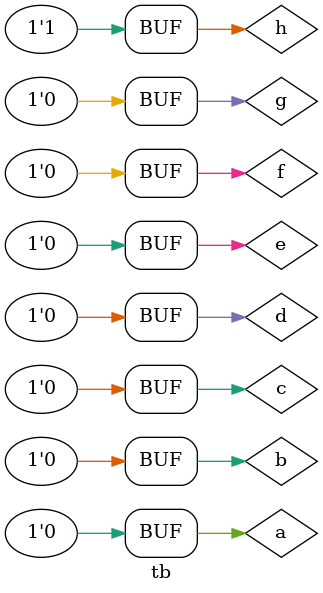
<source format=v>
`timescale 1 ns/1 ns

module tb();
wire	out0, out1, out2;
reg	a, b, c, d, e, f, g, h;

piorityencoder EX211_instance( 
			.a(a), 
			.b(b), 
			.c(c), 
			.d(d), 
			.e(e), 
			.f(f), 
			.g(g), 
			.h(h),
			.out0(out0), 
			.out1(out1), 
			.out2(out2)
							);
		
initial
begin

 {h, g, f, e, d, c, b, a}= 8'b0000_0000;

 #20;
 {h, g, f, e, d, c, b, a}= 8'b0000_0001;
 
 #20;			
 {h, g, f, e, d, c, b, a}= 8'b0010_0000;
 
 #20;			
 {h, g, f, e, d, c, b, a}= 8'b1000_0000;
  
 
end
endmodule

</source>
